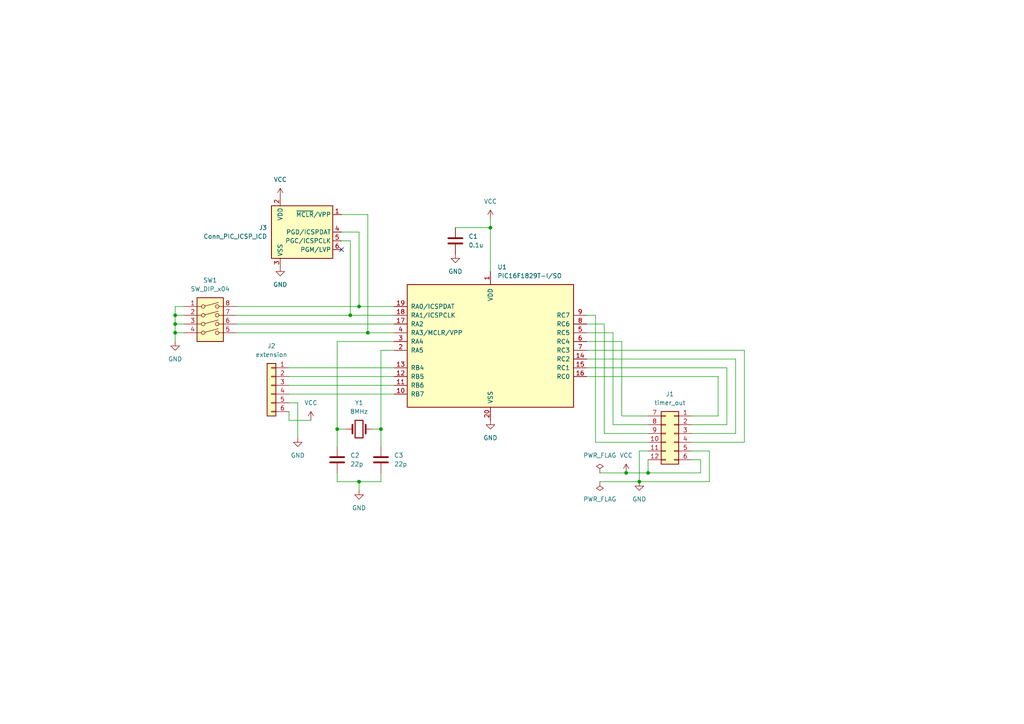
<source format=kicad_sch>
(kicad_sch (version 20211123) (generator eeschema)

  (uuid 4636e78e-6947-40ed-b071-54c6ad216973)

  (paper "A4")

  (lib_symbols
    (symbol "Connector:Conn_PIC_ICSP_ICD" (in_bom yes) (on_board yes)
      (property "Reference" "J" (id 0) (at 6.35 8.89 0)
        (effects (font (size 1.27 1.27)))
      )
      (property "Value" "Conn_PIC_ICSP_ICD" (id 1) (at -8.89 -1.27 90)
        (effects (font (size 1.27 1.27)))
      )
      (property "Footprint" "" (id 2) (at 1.27 3.81 0)
        (effects (font (size 1.27 1.27)) hide)
      )
      (property "Datasheet" "http://ww1.microchip.com/downloads/en/devicedoc/30277d.pdf" (id 3) (at -7.62 -3.81 90)
        (effects (font (size 1.27 1.27)) hide)
      )
      (property "ki_keywords" "icsp icd pic microchip" (id 4) (at 0 0 0)
        (effects (font (size 1.27 1.27)) hide)
      )
      (property "ki_description" "Microchip PIC In-Circuit Serial Programming/Debugging (ICSP/ICD) connector" (id 5) (at 0 0 0)
        (effects (font (size 1.27 1.27)) hide)
      )
      (property "ki_fp_filters" "PinHeader*1x06*P2.54mm* PinSocket*1x06*P2.54mm*" (id 6) (at 0 0 0)
        (effects (font (size 1.27 1.27)) hide)
      )
      (symbol "Conn_PIC_ICSP_ICD_0_1"
        (rectangle (start -7.62 7.62) (end 10.16 -7.62)
          (stroke (width 0.254) (type default) (color 0 0 0 0))
          (fill (type background))
        )
      )
      (symbol "Conn_PIC_ICSP_ICD_1_1"
        (pin passive line (at 12.7 5.08 180) (length 2.54)
          (name "~{MCLR}/VPP" (effects (font (size 1.27 1.27))))
          (number "1" (effects (font (size 1.27 1.27))))
        )
        (pin passive line (at -5.08 10.16 270) (length 2.54)
          (name "VDD" (effects (font (size 1.27 1.27))))
          (number "2" (effects (font (size 1.27 1.27))))
        )
        (pin power_in line (at -5.08 -10.16 90) (length 2.54)
          (name "VSS" (effects (font (size 1.27 1.27))))
          (number "3" (effects (font (size 1.27 1.27))))
        )
        (pin bidirectional line (at 12.7 0 180) (length 2.54)
          (name "PGD/ICSPDAT" (effects (font (size 1.27 1.27))))
          (number "4" (effects (font (size 1.27 1.27))))
        )
        (pin output line (at 12.7 -2.54 180) (length 2.54)
          (name "PGC/ICSPCLK" (effects (font (size 1.27 1.27))))
          (number "5" (effects (font (size 1.27 1.27))))
        )
        (pin output line (at 12.7 -5.08 180) (length 2.54)
          (name "PGM/LVP" (effects (font (size 1.27 1.27))))
          (number "6" (effects (font (size 1.27 1.27))))
        )
      )
    )
    (symbol "Connector_Generic:Conn_01x06" (pin_names (offset 1.016) hide) (in_bom yes) (on_board yes)
      (property "Reference" "J" (id 0) (at 0 7.62 0)
        (effects (font (size 1.27 1.27)))
      )
      (property "Value" "Conn_01x06" (id 1) (at 0 -10.16 0)
        (effects (font (size 1.27 1.27)))
      )
      (property "Footprint" "" (id 2) (at 0 0 0)
        (effects (font (size 1.27 1.27)) hide)
      )
      (property "Datasheet" "~" (id 3) (at 0 0 0)
        (effects (font (size 1.27 1.27)) hide)
      )
      (property "ki_keywords" "connector" (id 4) (at 0 0 0)
        (effects (font (size 1.27 1.27)) hide)
      )
      (property "ki_description" "Generic connector, single row, 01x06, script generated (kicad-library-utils/schlib/autogen/connector/)" (id 5) (at 0 0 0)
        (effects (font (size 1.27 1.27)) hide)
      )
      (property "ki_fp_filters" "Connector*:*_1x??_*" (id 6) (at 0 0 0)
        (effects (font (size 1.27 1.27)) hide)
      )
      (symbol "Conn_01x06_1_1"
        (rectangle (start -1.27 -7.493) (end 0 -7.747)
          (stroke (width 0.1524) (type default) (color 0 0 0 0))
          (fill (type none))
        )
        (rectangle (start -1.27 -4.953) (end 0 -5.207)
          (stroke (width 0.1524) (type default) (color 0 0 0 0))
          (fill (type none))
        )
        (rectangle (start -1.27 -2.413) (end 0 -2.667)
          (stroke (width 0.1524) (type default) (color 0 0 0 0))
          (fill (type none))
        )
        (rectangle (start -1.27 0.127) (end 0 -0.127)
          (stroke (width 0.1524) (type default) (color 0 0 0 0))
          (fill (type none))
        )
        (rectangle (start -1.27 2.667) (end 0 2.413)
          (stroke (width 0.1524) (type default) (color 0 0 0 0))
          (fill (type none))
        )
        (rectangle (start -1.27 5.207) (end 0 4.953)
          (stroke (width 0.1524) (type default) (color 0 0 0 0))
          (fill (type none))
        )
        (rectangle (start -1.27 6.35) (end 1.27 -8.89)
          (stroke (width 0.254) (type default) (color 0 0 0 0))
          (fill (type background))
        )
        (pin passive line (at -5.08 5.08 0) (length 3.81)
          (name "Pin_1" (effects (font (size 1.27 1.27))))
          (number "1" (effects (font (size 1.27 1.27))))
        )
        (pin passive line (at -5.08 2.54 0) (length 3.81)
          (name "Pin_2" (effects (font (size 1.27 1.27))))
          (number "2" (effects (font (size 1.27 1.27))))
        )
        (pin passive line (at -5.08 0 0) (length 3.81)
          (name "Pin_3" (effects (font (size 1.27 1.27))))
          (number "3" (effects (font (size 1.27 1.27))))
        )
        (pin passive line (at -5.08 -2.54 0) (length 3.81)
          (name "Pin_4" (effects (font (size 1.27 1.27))))
          (number "4" (effects (font (size 1.27 1.27))))
        )
        (pin passive line (at -5.08 -5.08 0) (length 3.81)
          (name "Pin_5" (effects (font (size 1.27 1.27))))
          (number "5" (effects (font (size 1.27 1.27))))
        )
        (pin passive line (at -5.08 -7.62 0) (length 3.81)
          (name "Pin_6" (effects (font (size 1.27 1.27))))
          (number "6" (effects (font (size 1.27 1.27))))
        )
      )
    )
    (symbol "Connector_Generic:Conn_02x06_Top_Bottom" (pin_names (offset 1.016) hide) (in_bom yes) (on_board yes)
      (property "Reference" "J" (id 0) (at 1.27 7.62 0)
        (effects (font (size 1.27 1.27)))
      )
      (property "Value" "Conn_02x06_Top_Bottom" (id 1) (at 1.27 -10.16 0)
        (effects (font (size 1.27 1.27)))
      )
      (property "Footprint" "" (id 2) (at 0 0 0)
        (effects (font (size 1.27 1.27)) hide)
      )
      (property "Datasheet" "~" (id 3) (at 0 0 0)
        (effects (font (size 1.27 1.27)) hide)
      )
      (property "ki_keywords" "connector" (id 4) (at 0 0 0)
        (effects (font (size 1.27 1.27)) hide)
      )
      (property "ki_description" "Generic connector, double row, 02x06, top/bottom pin numbering scheme (row 1: 1...pins_per_row, row2: pins_per_row+1 ... num_pins), script generated (kicad-library-utils/schlib/autogen/connector/)" (id 5) (at 0 0 0)
        (effects (font (size 1.27 1.27)) hide)
      )
      (property "ki_fp_filters" "Connector*:*_2x??_*" (id 6) (at 0 0 0)
        (effects (font (size 1.27 1.27)) hide)
      )
      (symbol "Conn_02x06_Top_Bottom_1_1"
        (rectangle (start -1.27 -7.493) (end 0 -7.747)
          (stroke (width 0.1524) (type default) (color 0 0 0 0))
          (fill (type none))
        )
        (rectangle (start -1.27 -4.953) (end 0 -5.207)
          (stroke (width 0.1524) (type default) (color 0 0 0 0))
          (fill (type none))
        )
        (rectangle (start -1.27 -2.413) (end 0 -2.667)
          (stroke (width 0.1524) (type default) (color 0 0 0 0))
          (fill (type none))
        )
        (rectangle (start -1.27 0.127) (end 0 -0.127)
          (stroke (width 0.1524) (type default) (color 0 0 0 0))
          (fill (type none))
        )
        (rectangle (start -1.27 2.667) (end 0 2.413)
          (stroke (width 0.1524) (type default) (color 0 0 0 0))
          (fill (type none))
        )
        (rectangle (start -1.27 5.207) (end 0 4.953)
          (stroke (width 0.1524) (type default) (color 0 0 0 0))
          (fill (type none))
        )
        (rectangle (start -1.27 6.35) (end 3.81 -8.89)
          (stroke (width 0.254) (type default) (color 0 0 0 0))
          (fill (type background))
        )
        (rectangle (start 3.81 -7.493) (end 2.54 -7.747)
          (stroke (width 0.1524) (type default) (color 0 0 0 0))
          (fill (type none))
        )
        (rectangle (start 3.81 -4.953) (end 2.54 -5.207)
          (stroke (width 0.1524) (type default) (color 0 0 0 0))
          (fill (type none))
        )
        (rectangle (start 3.81 -2.413) (end 2.54 -2.667)
          (stroke (width 0.1524) (type default) (color 0 0 0 0))
          (fill (type none))
        )
        (rectangle (start 3.81 0.127) (end 2.54 -0.127)
          (stroke (width 0.1524) (type default) (color 0 0 0 0))
          (fill (type none))
        )
        (rectangle (start 3.81 2.667) (end 2.54 2.413)
          (stroke (width 0.1524) (type default) (color 0 0 0 0))
          (fill (type none))
        )
        (rectangle (start 3.81 5.207) (end 2.54 4.953)
          (stroke (width 0.1524) (type default) (color 0 0 0 0))
          (fill (type none))
        )
        (pin passive line (at -5.08 5.08 0) (length 3.81)
          (name "Pin_1" (effects (font (size 1.27 1.27))))
          (number "1" (effects (font (size 1.27 1.27))))
        )
        (pin passive line (at 7.62 -2.54 180) (length 3.81)
          (name "Pin_10" (effects (font (size 1.27 1.27))))
          (number "10" (effects (font (size 1.27 1.27))))
        )
        (pin passive line (at 7.62 -5.08 180) (length 3.81)
          (name "Pin_11" (effects (font (size 1.27 1.27))))
          (number "11" (effects (font (size 1.27 1.27))))
        )
        (pin passive line (at 7.62 -7.62 180) (length 3.81)
          (name "Pin_12" (effects (font (size 1.27 1.27))))
          (number "12" (effects (font (size 1.27 1.27))))
        )
        (pin passive line (at -5.08 2.54 0) (length 3.81)
          (name "Pin_2" (effects (font (size 1.27 1.27))))
          (number "2" (effects (font (size 1.27 1.27))))
        )
        (pin passive line (at -5.08 0 0) (length 3.81)
          (name "Pin_3" (effects (font (size 1.27 1.27))))
          (number "3" (effects (font (size 1.27 1.27))))
        )
        (pin passive line (at -5.08 -2.54 0) (length 3.81)
          (name "Pin_4" (effects (font (size 1.27 1.27))))
          (number "4" (effects (font (size 1.27 1.27))))
        )
        (pin passive line (at -5.08 -5.08 0) (length 3.81)
          (name "Pin_5" (effects (font (size 1.27 1.27))))
          (number "5" (effects (font (size 1.27 1.27))))
        )
        (pin passive line (at -5.08 -7.62 0) (length 3.81)
          (name "Pin_6" (effects (font (size 1.27 1.27))))
          (number "6" (effects (font (size 1.27 1.27))))
        )
        (pin passive line (at 7.62 5.08 180) (length 3.81)
          (name "Pin_7" (effects (font (size 1.27 1.27))))
          (number "7" (effects (font (size 1.27 1.27))))
        )
        (pin passive line (at 7.62 2.54 180) (length 3.81)
          (name "Pin_8" (effects (font (size 1.27 1.27))))
          (number "8" (effects (font (size 1.27 1.27))))
        )
        (pin passive line (at 7.62 0 180) (length 3.81)
          (name "Pin_9" (effects (font (size 1.27 1.27))))
          (number "9" (effects (font (size 1.27 1.27))))
        )
      )
    )
    (symbol "Device:C" (pin_numbers hide) (pin_names (offset 0.254)) (in_bom yes) (on_board yes)
      (property "Reference" "C" (id 0) (at 0.635 2.54 0)
        (effects (font (size 1.27 1.27)) (justify left))
      )
      (property "Value" "C" (id 1) (at 0.635 -2.54 0)
        (effects (font (size 1.27 1.27)) (justify left))
      )
      (property "Footprint" "" (id 2) (at 0.9652 -3.81 0)
        (effects (font (size 1.27 1.27)) hide)
      )
      (property "Datasheet" "~" (id 3) (at 0 0 0)
        (effects (font (size 1.27 1.27)) hide)
      )
      (property "ki_keywords" "cap capacitor" (id 4) (at 0 0 0)
        (effects (font (size 1.27 1.27)) hide)
      )
      (property "ki_description" "Unpolarized capacitor" (id 5) (at 0 0 0)
        (effects (font (size 1.27 1.27)) hide)
      )
      (property "ki_fp_filters" "C_*" (id 6) (at 0 0 0)
        (effects (font (size 1.27 1.27)) hide)
      )
      (symbol "C_0_1"
        (polyline
          (pts
            (xy -2.032 -0.762)
            (xy 2.032 -0.762)
          )
          (stroke (width 0.508) (type default) (color 0 0 0 0))
          (fill (type none))
        )
        (polyline
          (pts
            (xy -2.032 0.762)
            (xy 2.032 0.762)
          )
          (stroke (width 0.508) (type default) (color 0 0 0 0))
          (fill (type none))
        )
      )
      (symbol "C_1_1"
        (pin passive line (at 0 3.81 270) (length 2.794)
          (name "~" (effects (font (size 1.27 1.27))))
          (number "1" (effects (font (size 1.27 1.27))))
        )
        (pin passive line (at 0 -3.81 90) (length 2.794)
          (name "~" (effects (font (size 1.27 1.27))))
          (number "2" (effects (font (size 1.27 1.27))))
        )
      )
    )
    (symbol "Device:Crystal" (pin_numbers hide) (pin_names (offset 1.016) hide) (in_bom yes) (on_board yes)
      (property "Reference" "Y" (id 0) (at 0 3.81 0)
        (effects (font (size 1.27 1.27)))
      )
      (property "Value" "Crystal" (id 1) (at 0 -3.81 0)
        (effects (font (size 1.27 1.27)))
      )
      (property "Footprint" "" (id 2) (at 0 0 0)
        (effects (font (size 1.27 1.27)) hide)
      )
      (property "Datasheet" "~" (id 3) (at 0 0 0)
        (effects (font (size 1.27 1.27)) hide)
      )
      (property "ki_keywords" "quartz ceramic resonator oscillator" (id 4) (at 0 0 0)
        (effects (font (size 1.27 1.27)) hide)
      )
      (property "ki_description" "Two pin crystal" (id 5) (at 0 0 0)
        (effects (font (size 1.27 1.27)) hide)
      )
      (property "ki_fp_filters" "Crystal*" (id 6) (at 0 0 0)
        (effects (font (size 1.27 1.27)) hide)
      )
      (symbol "Crystal_0_1"
        (rectangle (start -1.143 2.54) (end 1.143 -2.54)
          (stroke (width 0.3048) (type default) (color 0 0 0 0))
          (fill (type none))
        )
        (polyline
          (pts
            (xy -2.54 0)
            (xy -1.905 0)
          )
          (stroke (width 0) (type default) (color 0 0 0 0))
          (fill (type none))
        )
        (polyline
          (pts
            (xy -1.905 -1.27)
            (xy -1.905 1.27)
          )
          (stroke (width 0.508) (type default) (color 0 0 0 0))
          (fill (type none))
        )
        (polyline
          (pts
            (xy 1.905 -1.27)
            (xy 1.905 1.27)
          )
          (stroke (width 0.508) (type default) (color 0 0 0 0))
          (fill (type none))
        )
        (polyline
          (pts
            (xy 2.54 0)
            (xy 1.905 0)
          )
          (stroke (width 0) (type default) (color 0 0 0 0))
          (fill (type none))
        )
      )
      (symbol "Crystal_1_1"
        (pin passive line (at -3.81 0 0) (length 1.27)
          (name "1" (effects (font (size 1.27 1.27))))
          (number "1" (effects (font (size 1.27 1.27))))
        )
        (pin passive line (at 3.81 0 180) (length 1.27)
          (name "2" (effects (font (size 1.27 1.27))))
          (number "2" (effects (font (size 1.27 1.27))))
        )
      )
    )
    (symbol "MCU_Microchip_PIC16:PIC16F1829-IP" (pin_names (offset 1.016)) (in_bom yes) (on_board yes)
      (property "Reference" "U" (id 0) (at -24.13 22.86 0)
        (effects (font (size 1.27 1.27)) (justify left))
      )
      (property "Value" "PIC16F1829-IP" (id 1) (at -24.13 20.32 0)
        (effects (font (size 1.27 1.27)) (justify left))
      )
      (property "Footprint" "" (id 2) (at 0 -13.97 0)
        (effects (font (size 1.27 1.27)) hide)
      )
      (property "Datasheet" "http://ww1.microchip.com/downloads/en/DeviceDoc/41440C.pdf" (id 3) (at 0 -13.97 0)
        (effects (font (size 1.27 1.27)) hide)
      )
      (property "ki_keywords" "Flash-Based 8-Bit CMOS Microcontroller Low Power" (id 4) (at 0 0 0)
        (effects (font (size 1.27 1.27)) hide)
      )
      (property "ki_description" "Flash-Based, 8-Bit CMOS Microcontrollers, PDIP" (id 5) (at 0 0 0)
        (effects (font (size 1.27 1.27)) hide)
      )
      (property "ki_fp_filters" "DIP*W7.62mm* SOIC*3.9x8.7mm*P1.27mm* TSSOP*4.4x5mm*P0.65mm*" (id 6) (at 0 0 0)
        (effects (font (size 1.27 1.27)) hide)
      )
      (symbol "PIC16F1829-IP_0_1"
        (rectangle (start -24.13 19.05) (end 24.13 -16.51)
          (stroke (width 0.254) (type default) (color 0 0 0 0))
          (fill (type background))
        )
      )
      (symbol "PIC16F1829-IP_1_1"
        (pin power_in line (at 0 22.86 270) (length 3.81)
          (name "VDD" (effects (font (size 1.27 1.27))))
          (number "1" (effects (font (size 1.27 1.27))))
        )
        (pin bidirectional line (at -27.94 -12.7 0) (length 3.81)
          (name "RB7" (effects (font (size 1.27 1.27))))
          (number "10" (effects (font (size 1.27 1.27))))
        )
        (pin bidirectional line (at -27.94 -10.16 0) (length 3.81)
          (name "RB6" (effects (font (size 1.27 1.27))))
          (number "11" (effects (font (size 1.27 1.27))))
        )
        (pin bidirectional line (at -27.94 -7.62 0) (length 3.81)
          (name "RB5" (effects (font (size 1.27 1.27))))
          (number "12" (effects (font (size 1.27 1.27))))
        )
        (pin bidirectional line (at -27.94 -5.08 0) (length 3.81)
          (name "RB4" (effects (font (size 1.27 1.27))))
          (number "13" (effects (font (size 1.27 1.27))))
        )
        (pin bidirectional line (at 27.94 -2.54 180) (length 3.81)
          (name "RC2" (effects (font (size 1.27 1.27))))
          (number "14" (effects (font (size 1.27 1.27))))
        )
        (pin bidirectional line (at 27.94 -5.08 180) (length 3.81)
          (name "RC1" (effects (font (size 1.27 1.27))))
          (number "15" (effects (font (size 1.27 1.27))))
        )
        (pin bidirectional line (at 27.94 -7.62 180) (length 3.81)
          (name "RC0" (effects (font (size 1.27 1.27))))
          (number "16" (effects (font (size 1.27 1.27))))
        )
        (pin bidirectional line (at -27.94 7.62 0) (length 3.81)
          (name "RA2" (effects (font (size 1.27 1.27))))
          (number "17" (effects (font (size 1.27 1.27))))
        )
        (pin bidirectional line (at -27.94 10.16 0) (length 3.81)
          (name "RA1/ICSPCLK" (effects (font (size 1.27 1.27))))
          (number "18" (effects (font (size 1.27 1.27))))
        )
        (pin bidirectional line (at -27.94 12.7 0) (length 3.81)
          (name "RA0/ICSPDAT" (effects (font (size 1.27 1.27))))
          (number "19" (effects (font (size 1.27 1.27))))
        )
        (pin bidirectional line (at -27.94 0 0) (length 3.81)
          (name "RA5" (effects (font (size 1.27 1.27))))
          (number "2" (effects (font (size 1.27 1.27))))
        )
        (pin power_in line (at 0 -20.32 90) (length 3.81)
          (name "VSS" (effects (font (size 1.27 1.27))))
          (number "20" (effects (font (size 1.27 1.27))))
        )
        (pin bidirectional line (at -27.94 2.54 0) (length 3.81)
          (name "RA4" (effects (font (size 1.27 1.27))))
          (number "3" (effects (font (size 1.27 1.27))))
        )
        (pin bidirectional line (at -27.94 5.08 0) (length 3.81)
          (name "RA3/MCLR/VPP" (effects (font (size 1.27 1.27))))
          (number "4" (effects (font (size 1.27 1.27))))
        )
        (pin bidirectional line (at 27.94 5.08 180) (length 3.81)
          (name "RC5" (effects (font (size 1.27 1.27))))
          (number "5" (effects (font (size 1.27 1.27))))
        )
        (pin bidirectional line (at 27.94 2.54 180) (length 3.81)
          (name "RC4" (effects (font (size 1.27 1.27))))
          (number "6" (effects (font (size 1.27 1.27))))
        )
        (pin bidirectional line (at 27.94 0 180) (length 3.81)
          (name "RC3" (effects (font (size 1.27 1.27))))
          (number "7" (effects (font (size 1.27 1.27))))
        )
        (pin bidirectional line (at 27.94 7.62 180) (length 3.81)
          (name "RC6" (effects (font (size 1.27 1.27))))
          (number "8" (effects (font (size 1.27 1.27))))
        )
        (pin bidirectional line (at 27.94 10.16 180) (length 3.81)
          (name "RC7" (effects (font (size 1.27 1.27))))
          (number "9" (effects (font (size 1.27 1.27))))
        )
      )
    )
    (symbol "Switch:SW_DIP_x04" (pin_names (offset 0) hide) (in_bom yes) (on_board yes)
      (property "Reference" "SW" (id 0) (at 0 8.89 0)
        (effects (font (size 1.27 1.27)))
      )
      (property "Value" "SW_DIP_x04" (id 1) (at 0 -6.35 0)
        (effects (font (size 1.27 1.27)))
      )
      (property "Footprint" "" (id 2) (at 0 0 0)
        (effects (font (size 1.27 1.27)) hide)
      )
      (property "Datasheet" "~" (id 3) (at 0 0 0)
        (effects (font (size 1.27 1.27)) hide)
      )
      (property "ki_keywords" "dip switch" (id 4) (at 0 0 0)
        (effects (font (size 1.27 1.27)) hide)
      )
      (property "ki_description" "4x DIP Switch, Single Pole Single Throw (SPST) switch, small symbol" (id 5) (at 0 0 0)
        (effects (font (size 1.27 1.27)) hide)
      )
      (property "ki_fp_filters" "SW?DIP?x4*" (id 6) (at 0 0 0)
        (effects (font (size 1.27 1.27)) hide)
      )
      (symbol "SW_DIP_x04_0_0"
        (circle (center -2.032 -2.54) (radius 0.508)
          (stroke (width 0) (type default) (color 0 0 0 0))
          (fill (type none))
        )
        (circle (center -2.032 0) (radius 0.508)
          (stroke (width 0) (type default) (color 0 0 0 0))
          (fill (type none))
        )
        (circle (center -2.032 2.54) (radius 0.508)
          (stroke (width 0) (type default) (color 0 0 0 0))
          (fill (type none))
        )
        (circle (center -2.032 5.08) (radius 0.508)
          (stroke (width 0) (type default) (color 0 0 0 0))
          (fill (type none))
        )
        (polyline
          (pts
            (xy -1.524 -2.3876)
            (xy 2.3622 -1.3462)
          )
          (stroke (width 0) (type default) (color 0 0 0 0))
          (fill (type none))
        )
        (polyline
          (pts
            (xy -1.524 0.127)
            (xy 2.3622 1.1684)
          )
          (stroke (width 0) (type default) (color 0 0 0 0))
          (fill (type none))
        )
        (polyline
          (pts
            (xy -1.524 2.667)
            (xy 2.3622 3.7084)
          )
          (stroke (width 0) (type default) (color 0 0 0 0))
          (fill (type none))
        )
        (polyline
          (pts
            (xy -1.524 5.207)
            (xy 2.3622 6.2484)
          )
          (stroke (width 0) (type default) (color 0 0 0 0))
          (fill (type none))
        )
        (circle (center 2.032 -2.54) (radius 0.508)
          (stroke (width 0) (type default) (color 0 0 0 0))
          (fill (type none))
        )
        (circle (center 2.032 0) (radius 0.508)
          (stroke (width 0) (type default) (color 0 0 0 0))
          (fill (type none))
        )
        (circle (center 2.032 2.54) (radius 0.508)
          (stroke (width 0) (type default) (color 0 0 0 0))
          (fill (type none))
        )
        (circle (center 2.032 5.08) (radius 0.508)
          (stroke (width 0) (type default) (color 0 0 0 0))
          (fill (type none))
        )
      )
      (symbol "SW_DIP_x04_0_1"
        (rectangle (start -3.81 7.62) (end 3.81 -5.08)
          (stroke (width 0.254) (type default) (color 0 0 0 0))
          (fill (type background))
        )
      )
      (symbol "SW_DIP_x04_1_1"
        (pin passive line (at -7.62 5.08 0) (length 5.08)
          (name "~" (effects (font (size 1.27 1.27))))
          (number "1" (effects (font (size 1.27 1.27))))
        )
        (pin passive line (at -7.62 2.54 0) (length 5.08)
          (name "~" (effects (font (size 1.27 1.27))))
          (number "2" (effects (font (size 1.27 1.27))))
        )
        (pin passive line (at -7.62 0 0) (length 5.08)
          (name "~" (effects (font (size 1.27 1.27))))
          (number "3" (effects (font (size 1.27 1.27))))
        )
        (pin passive line (at -7.62 -2.54 0) (length 5.08)
          (name "~" (effects (font (size 1.27 1.27))))
          (number "4" (effects (font (size 1.27 1.27))))
        )
        (pin passive line (at 7.62 -2.54 180) (length 5.08)
          (name "~" (effects (font (size 1.27 1.27))))
          (number "5" (effects (font (size 1.27 1.27))))
        )
        (pin passive line (at 7.62 0 180) (length 5.08)
          (name "~" (effects (font (size 1.27 1.27))))
          (number "6" (effects (font (size 1.27 1.27))))
        )
        (pin passive line (at 7.62 2.54 180) (length 5.08)
          (name "~" (effects (font (size 1.27 1.27))))
          (number "7" (effects (font (size 1.27 1.27))))
        )
        (pin passive line (at 7.62 5.08 180) (length 5.08)
          (name "~" (effects (font (size 1.27 1.27))))
          (number "8" (effects (font (size 1.27 1.27))))
        )
      )
    )
    (symbol "power:GND" (power) (pin_names (offset 0)) (in_bom yes) (on_board yes)
      (property "Reference" "#PWR" (id 0) (at 0 -6.35 0)
        (effects (font (size 1.27 1.27)) hide)
      )
      (property "Value" "GND" (id 1) (at 0 -3.81 0)
        (effects (font (size 1.27 1.27)))
      )
      (property "Footprint" "" (id 2) (at 0 0 0)
        (effects (font (size 1.27 1.27)) hide)
      )
      (property "Datasheet" "" (id 3) (at 0 0 0)
        (effects (font (size 1.27 1.27)) hide)
      )
      (property "ki_keywords" "power-flag" (id 4) (at 0 0 0)
        (effects (font (size 1.27 1.27)) hide)
      )
      (property "ki_description" "Power symbol creates a global label with name \"GND\" , ground" (id 5) (at 0 0 0)
        (effects (font (size 1.27 1.27)) hide)
      )
      (symbol "GND_0_1"
        (polyline
          (pts
            (xy 0 0)
            (xy 0 -1.27)
            (xy 1.27 -1.27)
            (xy 0 -2.54)
            (xy -1.27 -1.27)
            (xy 0 -1.27)
          )
          (stroke (width 0) (type default) (color 0 0 0 0))
          (fill (type none))
        )
      )
      (symbol "GND_1_1"
        (pin power_in line (at 0 0 270) (length 0) hide
          (name "GND" (effects (font (size 1.27 1.27))))
          (number "1" (effects (font (size 1.27 1.27))))
        )
      )
    )
    (symbol "power:PWR_FLAG" (power) (pin_numbers hide) (pin_names (offset 0) hide) (in_bom yes) (on_board yes)
      (property "Reference" "#FLG" (id 0) (at 0 1.905 0)
        (effects (font (size 1.27 1.27)) hide)
      )
      (property "Value" "PWR_FLAG" (id 1) (at 0 3.81 0)
        (effects (font (size 1.27 1.27)))
      )
      (property "Footprint" "" (id 2) (at 0 0 0)
        (effects (font (size 1.27 1.27)) hide)
      )
      (property "Datasheet" "~" (id 3) (at 0 0 0)
        (effects (font (size 1.27 1.27)) hide)
      )
      (property "ki_keywords" "power-flag" (id 4) (at 0 0 0)
        (effects (font (size 1.27 1.27)) hide)
      )
      (property "ki_description" "Special symbol for telling ERC where power comes from" (id 5) (at 0 0 0)
        (effects (font (size 1.27 1.27)) hide)
      )
      (symbol "PWR_FLAG_0_0"
        (pin power_out line (at 0 0 90) (length 0)
          (name "pwr" (effects (font (size 1.27 1.27))))
          (number "1" (effects (font (size 1.27 1.27))))
        )
      )
      (symbol "PWR_FLAG_0_1"
        (polyline
          (pts
            (xy 0 0)
            (xy 0 1.27)
            (xy -1.016 1.905)
            (xy 0 2.54)
            (xy 1.016 1.905)
            (xy 0 1.27)
          )
          (stroke (width 0) (type default) (color 0 0 0 0))
          (fill (type none))
        )
      )
    )
    (symbol "power:VCC" (power) (pin_names (offset 0)) (in_bom yes) (on_board yes)
      (property "Reference" "#PWR" (id 0) (at 0 -3.81 0)
        (effects (font (size 1.27 1.27)) hide)
      )
      (property "Value" "VCC" (id 1) (at 0 3.81 0)
        (effects (font (size 1.27 1.27)))
      )
      (property "Footprint" "" (id 2) (at 0 0 0)
        (effects (font (size 1.27 1.27)) hide)
      )
      (property "Datasheet" "" (id 3) (at 0 0 0)
        (effects (font (size 1.27 1.27)) hide)
      )
      (property "ki_keywords" "power-flag" (id 4) (at 0 0 0)
        (effects (font (size 1.27 1.27)) hide)
      )
      (property "ki_description" "Power symbol creates a global label with name \"VCC\"" (id 5) (at 0 0 0)
        (effects (font (size 1.27 1.27)) hide)
      )
      (symbol "VCC_0_1"
        (polyline
          (pts
            (xy -0.762 1.27)
            (xy 0 2.54)
          )
          (stroke (width 0) (type default) (color 0 0 0 0))
          (fill (type none))
        )
        (polyline
          (pts
            (xy 0 0)
            (xy 0 2.54)
          )
          (stroke (width 0) (type default) (color 0 0 0 0))
          (fill (type none))
        )
        (polyline
          (pts
            (xy 0 2.54)
            (xy 0.762 1.27)
          )
          (stroke (width 0) (type default) (color 0 0 0 0))
          (fill (type none))
        )
      )
      (symbol "VCC_1_1"
        (pin power_in line (at 0 0 90) (length 0) hide
          (name "VCC" (effects (font (size 1.27 1.27))))
          (number "1" (effects (font (size 1.27 1.27))))
        )
      )
    )
  )

  (junction (at 50.8 96.52) (diameter 0) (color 0 0 0 0)
    (uuid 0041a395-ed2d-4fcb-9ee9-382c2a8557f7)
  )
  (junction (at 106.68 96.52) (diameter 0) (color 0 0 0 0)
    (uuid 08c7805b-fbe0-4d8c-b503-2065174f5ba7)
  )
  (junction (at 104.14 139.7) (diameter 0) (color 0 0 0 0)
    (uuid 27af4110-25e2-42b9-8806-9a065bfe9cee)
  )
  (junction (at 97.79 124.46) (diameter 0) (color 0 0 0 0)
    (uuid 452d0076-392a-493c-abe8-b91c4d464bb4)
  )
  (junction (at 104.14 88.9) (diameter 0) (color 0 0 0 0)
    (uuid 6ed2d74d-7270-4402-9efb-78bdef4c4f52)
  )
  (junction (at 50.8 93.98) (diameter 0) (color 0 0 0 0)
    (uuid 8ad1cbb6-c87b-4ecd-b360-45ac23d27015)
  )
  (junction (at 185.42 139.7) (diameter 0) (color 0 0 0 0)
    (uuid 8f3dd532-4a8e-4151-9153-e6bf02567e4a)
  )
  (junction (at 50.8 91.44) (diameter 0) (color 0 0 0 0)
    (uuid aae63389-f3aa-4800-9d82-eb1ea96aa422)
  )
  (junction (at 142.24 66.04) (diameter 0) (color 0 0 0 0)
    (uuid b31eb0d7-68dc-494a-bee2-747ea874bd2e)
  )
  (junction (at 181.61 137.16) (diameter 0) (color 0 0 0 0)
    (uuid b3a20c6d-0960-44cf-920b-675faa8e1c0a)
  )
  (junction (at 187.96 137.16) (diameter 0) (color 0 0 0 0)
    (uuid cda3ddbc-74fe-4204-82dd-0967dfc78ddd)
  )
  (junction (at 101.6 91.44) (diameter 0) (color 0 0 0 0)
    (uuid d6553d22-c720-4da8-b412-b3716ccb2d0d)
  )
  (junction (at 110.49 124.46) (diameter 0) (color 0 0 0 0)
    (uuid ef8aa875-f606-4b9e-900b-2ccce5f35c97)
  )

  (no_connect (at 99.06 72.39) (uuid 3a9c54b9-5225-403d-b4b3-466c00d4bcb3))

  (wire (pts (xy 104.14 139.7) (xy 110.49 139.7))
    (stroke (width 0) (type default) (color 0 0 0 0))
    (uuid 07a47422-194b-4174-9e39-172d9929e5db)
  )
  (wire (pts (xy 50.8 91.44) (xy 53.34 91.44))
    (stroke (width 0) (type default) (color 0 0 0 0))
    (uuid 08031ed7-2852-44bd-bd09-8f284c631d49)
  )
  (wire (pts (xy 68.58 88.9) (xy 104.14 88.9))
    (stroke (width 0) (type default) (color 0 0 0 0))
    (uuid 0de8f6dc-ceb6-469d-9405-5e6aabb210dd)
  )
  (wire (pts (xy 177.8 123.19) (xy 187.96 123.19))
    (stroke (width 0) (type default) (color 0 0 0 0))
    (uuid 1242cdb8-33d0-4a8e-a27c-77cb4ea090c5)
  )
  (wire (pts (xy 180.34 99.06) (xy 180.34 120.65))
    (stroke (width 0) (type default) (color 0 0 0 0))
    (uuid 1576fd14-1ab8-4644-b6f5-1dc54a0718dc)
  )
  (wire (pts (xy 83.82 114.3) (xy 114.3 114.3))
    (stroke (width 0) (type default) (color 0 0 0 0))
    (uuid 1c2ec72d-cdef-4742-b9b2-690aa3420175)
  )
  (wire (pts (xy 97.79 129.54) (xy 97.79 124.46))
    (stroke (width 0) (type default) (color 0 0 0 0))
    (uuid 1d0932c5-589d-4904-95b3-285d1c0cdfc0)
  )
  (wire (pts (xy 104.14 139.7) (xy 104.14 142.24))
    (stroke (width 0) (type default) (color 0 0 0 0))
    (uuid 1eb64b80-b738-448d-b183-b6641e66228c)
  )
  (wire (pts (xy 97.79 124.46) (xy 100.33 124.46))
    (stroke (width 0) (type default) (color 0 0 0 0))
    (uuid 205993c1-6a98-4d9a-854f-a71a34cfe795)
  )
  (wire (pts (xy 68.58 91.44) (xy 101.6 91.44))
    (stroke (width 0) (type default) (color 0 0 0 0))
    (uuid 242d42a0-8398-424a-b834-8c4c9335d45d)
  )
  (wire (pts (xy 110.49 124.46) (xy 110.49 101.6))
    (stroke (width 0) (type default) (color 0 0 0 0))
    (uuid 255012ea-9bb8-41b2-898a-20ecda31cff3)
  )
  (wire (pts (xy 170.18 104.14) (xy 213.36 104.14))
    (stroke (width 0) (type default) (color 0 0 0 0))
    (uuid 2aa3ae5b-f277-4408-a3f2-52263f21b237)
  )
  (wire (pts (xy 205.74 130.81) (xy 205.74 139.7))
    (stroke (width 0) (type default) (color 0 0 0 0))
    (uuid 2bdef539-0bc2-4b12-b979-02a6268e9cca)
  )
  (wire (pts (xy 104.14 88.9) (xy 114.3 88.9))
    (stroke (width 0) (type default) (color 0 0 0 0))
    (uuid 2e95a2f5-9474-4019-a418-fb2616c34314)
  )
  (wire (pts (xy 68.58 96.52) (xy 106.68 96.52))
    (stroke (width 0) (type default) (color 0 0 0 0))
    (uuid 34866301-0c06-41e6-b61c-d79ed2f47a6e)
  )
  (wire (pts (xy 213.36 125.73) (xy 200.66 125.73))
    (stroke (width 0) (type default) (color 0 0 0 0))
    (uuid 358f12b1-f766-4d47-a09f-705c554e5ad0)
  )
  (wire (pts (xy 83.82 111.76) (xy 114.3 111.76))
    (stroke (width 0) (type default) (color 0 0 0 0))
    (uuid 383a477b-fcdb-4417-9b28-49da58cc9810)
  )
  (wire (pts (xy 50.8 88.9) (xy 50.8 91.44))
    (stroke (width 0) (type default) (color 0 0 0 0))
    (uuid 3bddc0d2-0224-4a9f-b090-ef095b895f48)
  )
  (wire (pts (xy 50.8 96.52) (xy 53.34 96.52))
    (stroke (width 0) (type default) (color 0 0 0 0))
    (uuid 3c38170c-ccb0-4ff5-972d-b05795036c8e)
  )
  (wire (pts (xy 203.2 137.16) (xy 187.96 137.16))
    (stroke (width 0) (type default) (color 0 0 0 0))
    (uuid 3e1fc700-3b0e-4bbd-a025-d695ebc8b091)
  )
  (wire (pts (xy 83.82 106.68) (xy 114.3 106.68))
    (stroke (width 0) (type default) (color 0 0 0 0))
    (uuid 3f3de006-44ec-4218-b1d5-a8d984a8ad9f)
  )
  (wire (pts (xy 101.6 91.44) (xy 114.3 91.44))
    (stroke (width 0) (type default) (color 0 0 0 0))
    (uuid 41389575-2b20-4546-a071-1af38eff3993)
  )
  (wire (pts (xy 185.42 130.81) (xy 185.42 139.7))
    (stroke (width 0) (type default) (color 0 0 0 0))
    (uuid 4190796b-014b-45f4-9ecf-9dc3a236d876)
  )
  (wire (pts (xy 203.2 133.35) (xy 203.2 137.16))
    (stroke (width 0) (type default) (color 0 0 0 0))
    (uuid 43bd94fe-0991-44f4-8f89-4d18c2a11e47)
  )
  (wire (pts (xy 215.9 101.6) (xy 215.9 128.27))
    (stroke (width 0) (type default) (color 0 0 0 0))
    (uuid 53a8204d-7000-4772-b0a0-44e4e3bd1ffd)
  )
  (wire (pts (xy 110.49 129.54) (xy 110.49 124.46))
    (stroke (width 0) (type default) (color 0 0 0 0))
    (uuid 542743a9-f8fb-4e3f-8c44-d47b60986f8f)
  )
  (wire (pts (xy 187.96 130.81) (xy 185.42 130.81))
    (stroke (width 0) (type default) (color 0 0 0 0))
    (uuid 569da5ea-60a1-494c-bd92-4b6fdad9e123)
  )
  (wire (pts (xy 208.28 109.22) (xy 208.28 120.65))
    (stroke (width 0) (type default) (color 0 0 0 0))
    (uuid 59a8263c-4789-4c7a-8838-a9570019dc7e)
  )
  (wire (pts (xy 142.24 63.5) (xy 142.24 66.04))
    (stroke (width 0) (type default) (color 0 0 0 0))
    (uuid 5b1fa3f9-e935-4d79-a427-ae777706d731)
  )
  (wire (pts (xy 83.82 121.92) (xy 90.17 121.92))
    (stroke (width 0) (type default) (color 0 0 0 0))
    (uuid 6200e54c-b151-4cf0-9626-b82e4c8cfbd7)
  )
  (wire (pts (xy 104.14 67.31) (xy 104.14 88.9))
    (stroke (width 0) (type default) (color 0 0 0 0))
    (uuid 656420c5-2263-4986-81cf-e34bcf913dd9)
  )
  (wire (pts (xy 99.06 69.85) (xy 101.6 69.85))
    (stroke (width 0) (type default) (color 0 0 0 0))
    (uuid 6716f479-d77f-455e-bf79-106b3042942d)
  )
  (wire (pts (xy 177.8 96.52) (xy 177.8 123.19))
    (stroke (width 0) (type default) (color 0 0 0 0))
    (uuid 67309c27-e9d2-447d-9069-33289360432c)
  )
  (wire (pts (xy 170.18 99.06) (xy 180.34 99.06))
    (stroke (width 0) (type default) (color 0 0 0 0))
    (uuid 69708d38-4c1c-4923-9cd0-06f361ac5147)
  )
  (wire (pts (xy 110.49 139.7) (xy 110.49 137.16))
    (stroke (width 0) (type default) (color 0 0 0 0))
    (uuid 6cddfcfe-1c99-44fd-b440-6a3f3b660092)
  )
  (wire (pts (xy 173.99 139.7) (xy 185.42 139.7))
    (stroke (width 0) (type default) (color 0 0 0 0))
    (uuid 74db4108-3087-47dd-91b4-4a1b2e8fba93)
  )
  (wire (pts (xy 107.95 124.46) (xy 110.49 124.46))
    (stroke (width 0) (type default) (color 0 0 0 0))
    (uuid 7e472f44-8327-44fc-9bd9-1252da6483c8)
  )
  (wire (pts (xy 106.68 62.23) (xy 106.68 96.52))
    (stroke (width 0) (type default) (color 0 0 0 0))
    (uuid 826c96d8-c807-4712-a3dc-7727fa45fac9)
  )
  (wire (pts (xy 170.18 93.98) (xy 175.26 93.98))
    (stroke (width 0) (type default) (color 0 0 0 0))
    (uuid 83e24f36-f804-4a69-96dd-fc38e534500b)
  )
  (wire (pts (xy 210.82 106.68) (xy 210.82 123.19))
    (stroke (width 0) (type default) (color 0 0 0 0))
    (uuid 8aa4f46a-c815-44f0-93e4-12d88e7b398a)
  )
  (wire (pts (xy 50.8 91.44) (xy 50.8 93.98))
    (stroke (width 0) (type default) (color 0 0 0 0))
    (uuid 8b302951-adc0-44cc-9e6e-53a4c2095631)
  )
  (wire (pts (xy 170.18 109.22) (xy 208.28 109.22))
    (stroke (width 0) (type default) (color 0 0 0 0))
    (uuid 97e12c4c-e260-4f02-b9e4-e7b17e6986c0)
  )
  (wire (pts (xy 172.72 128.27) (xy 187.96 128.27))
    (stroke (width 0) (type default) (color 0 0 0 0))
    (uuid 9813dd57-5412-4f81-ab8b-c503f74e6791)
  )
  (wire (pts (xy 83.82 109.22) (xy 114.3 109.22))
    (stroke (width 0) (type default) (color 0 0 0 0))
    (uuid 9ec343c2-1375-4f21-b981-e57453801df5)
  )
  (wire (pts (xy 208.28 120.65) (xy 200.66 120.65))
    (stroke (width 0) (type default) (color 0 0 0 0))
    (uuid a16f25fa-7185-4576-823d-84d6fb23b6c3)
  )
  (wire (pts (xy 210.82 123.19) (xy 200.66 123.19))
    (stroke (width 0) (type default) (color 0 0 0 0))
    (uuid a38db2fa-cd46-4df5-98b9-d43aefee23fe)
  )
  (wire (pts (xy 50.8 96.52) (xy 50.8 99.06))
    (stroke (width 0) (type default) (color 0 0 0 0))
    (uuid a435bd7e-a0b6-456c-856f-d6d62d375448)
  )
  (wire (pts (xy 97.79 124.46) (xy 97.79 99.06))
    (stroke (width 0) (type default) (color 0 0 0 0))
    (uuid a4b6c37d-1850-46a1-af5f-c03e9e3ae2a4)
  )
  (wire (pts (xy 175.26 125.73) (xy 187.96 125.73))
    (stroke (width 0) (type default) (color 0 0 0 0))
    (uuid a769a592-383a-40dc-b19b-0f3cf2827a5d)
  )
  (wire (pts (xy 97.79 99.06) (xy 114.3 99.06))
    (stroke (width 0) (type default) (color 0 0 0 0))
    (uuid a92a43c1-e404-4deb-96f0-6762773e35d4)
  )
  (wire (pts (xy 86.36 116.84) (xy 86.36 127))
    (stroke (width 0) (type default) (color 0 0 0 0))
    (uuid a9a03b5d-6a7c-4acd-964a-a94fc4605d36)
  )
  (wire (pts (xy 53.34 88.9) (xy 50.8 88.9))
    (stroke (width 0) (type default) (color 0 0 0 0))
    (uuid a9e9ab68-26d5-4e8a-bd0f-9e402596c893)
  )
  (wire (pts (xy 101.6 69.85) (xy 101.6 91.44))
    (stroke (width 0) (type default) (color 0 0 0 0))
    (uuid abedd3fc-dace-4119-aa90-aebb2412292e)
  )
  (wire (pts (xy 185.42 139.7) (xy 205.74 139.7))
    (stroke (width 0) (type default) (color 0 0 0 0))
    (uuid af65b7b6-aaf8-4dc3-89df-bfdf34a80ece)
  )
  (wire (pts (xy 97.79 139.7) (xy 104.14 139.7))
    (stroke (width 0) (type default) (color 0 0 0 0))
    (uuid b01e988b-54aa-46bf-a11f-b7b63d301a2d)
  )
  (wire (pts (xy 97.79 137.16) (xy 97.79 139.7))
    (stroke (width 0) (type default) (color 0 0 0 0))
    (uuid b882e4e0-bbdd-49c1-938e-4d7a5d9b5f1c)
  )
  (wire (pts (xy 132.08 66.04) (xy 142.24 66.04))
    (stroke (width 0) (type default) (color 0 0 0 0))
    (uuid b9171a13-78ce-45a8-b383-af5c5f85cae5)
  )
  (wire (pts (xy 99.06 67.31) (xy 104.14 67.31))
    (stroke (width 0) (type default) (color 0 0 0 0))
    (uuid b95727d3-a330-4e85-abab-edc4a33427c7)
  )
  (wire (pts (xy 142.24 66.04) (xy 142.24 78.74))
    (stroke (width 0) (type default) (color 0 0 0 0))
    (uuid ba555960-255c-4a6d-a445-65c355f4af17)
  )
  (wire (pts (xy 170.18 101.6) (xy 215.9 101.6))
    (stroke (width 0) (type default) (color 0 0 0 0))
    (uuid bce5cbeb-6cb1-4d50-984c-d6a34bc426fb)
  )
  (wire (pts (xy 170.18 91.44) (xy 172.72 91.44))
    (stroke (width 0) (type default) (color 0 0 0 0))
    (uuid bd229abe-b923-44af-9873-92681cba595d)
  )
  (wire (pts (xy 215.9 128.27) (xy 200.66 128.27))
    (stroke (width 0) (type default) (color 0 0 0 0))
    (uuid c244a765-2792-4c56-8105-554c4a5067bb)
  )
  (wire (pts (xy 50.8 93.98) (xy 53.34 93.98))
    (stroke (width 0) (type default) (color 0 0 0 0))
    (uuid cad39732-4149-45db-b81b-f5ff4510b11d)
  )
  (wire (pts (xy 170.18 96.52) (xy 177.8 96.52))
    (stroke (width 0) (type default) (color 0 0 0 0))
    (uuid d0b423ae-0ca9-48d8-86d2-465b8e350aef)
  )
  (wire (pts (xy 99.06 62.23) (xy 106.68 62.23))
    (stroke (width 0) (type default) (color 0 0 0 0))
    (uuid d1b2fadd-95d7-46f2-bb6d-b0787d773568)
  )
  (wire (pts (xy 172.72 91.44) (xy 172.72 128.27))
    (stroke (width 0) (type default) (color 0 0 0 0))
    (uuid d2e2a5c8-dba5-4fc2-97c0-3cf0d7f3b720)
  )
  (wire (pts (xy 213.36 104.14) (xy 213.36 125.73))
    (stroke (width 0) (type default) (color 0 0 0 0))
    (uuid d5913301-22f1-4498-a41d-9409f32565d5)
  )
  (wire (pts (xy 68.58 93.98) (xy 114.3 93.98))
    (stroke (width 0) (type default) (color 0 0 0 0))
    (uuid d66a6798-84cd-406f-9636-56df774e23ed)
  )
  (wire (pts (xy 187.96 133.35) (xy 187.96 137.16))
    (stroke (width 0) (type default) (color 0 0 0 0))
    (uuid dcea7909-5471-48a9-a414-e36797f9aae2)
  )
  (wire (pts (xy 180.34 120.65) (xy 187.96 120.65))
    (stroke (width 0) (type default) (color 0 0 0 0))
    (uuid dd73a2b9-1bec-4a2d-b9f6-d2e33baf3740)
  )
  (wire (pts (xy 200.66 133.35) (xy 203.2 133.35))
    (stroke (width 0) (type default) (color 0 0 0 0))
    (uuid e62208ae-843e-4d30-bf80-ca9d7843370a)
  )
  (wire (pts (xy 175.26 93.98) (xy 175.26 125.73))
    (stroke (width 0) (type default) (color 0 0 0 0))
    (uuid ec87a5fd-f165-4cab-8181-df57cd883e37)
  )
  (wire (pts (xy 173.99 137.16) (xy 181.61 137.16))
    (stroke (width 0) (type default) (color 0 0 0 0))
    (uuid eebdfc49-aa8b-483b-83fe-128fedc97552)
  )
  (wire (pts (xy 83.82 119.38) (xy 83.82 121.92))
    (stroke (width 0) (type default) (color 0 0 0 0))
    (uuid ef355872-709e-4abe-91c6-bce5d6a34e20)
  )
  (wire (pts (xy 170.18 106.68) (xy 210.82 106.68))
    (stroke (width 0) (type default) (color 0 0 0 0))
    (uuid f15aa68f-7157-4363-86e5-8dc82c59003c)
  )
  (wire (pts (xy 106.68 96.52) (xy 114.3 96.52))
    (stroke (width 0) (type default) (color 0 0 0 0))
    (uuid f16e5c0c-e25a-407c-86a5-3b5465dc6ce1)
  )
  (wire (pts (xy 50.8 93.98) (xy 50.8 96.52))
    (stroke (width 0) (type default) (color 0 0 0 0))
    (uuid f72e0bf6-cf26-4efb-af6c-288a900722b5)
  )
  (wire (pts (xy 200.66 130.81) (xy 205.74 130.81))
    (stroke (width 0) (type default) (color 0 0 0 0))
    (uuid f8178293-9dc0-4ac7-8919-7713d9ba2a85)
  )
  (wire (pts (xy 110.49 101.6) (xy 114.3 101.6))
    (stroke (width 0) (type default) (color 0 0 0 0))
    (uuid f98e4815-296d-4302-8606-28f9449cf9f1)
  )
  (wire (pts (xy 187.96 137.16) (xy 181.61 137.16))
    (stroke (width 0) (type default) (color 0 0 0 0))
    (uuid fce7740a-99db-40b7-8c3e-9a68e295dc49)
  )
  (wire (pts (xy 83.82 116.84) (xy 86.36 116.84))
    (stroke (width 0) (type default) (color 0 0 0 0))
    (uuid ffb4cd30-a182-4a3c-8e41-623a8c5270bb)
  )

  (symbol (lib_id "Device:C") (at 132.08 69.85 0) (unit 1)
    (in_bom yes) (on_board yes) (fields_autoplaced)
    (uuid 02bc5d26-72d4-4065-b41e-b9f1fb0cc22c)
    (property "Reference" "C1" (id 0) (at 135.89 68.5799 0)
      (effects (font (size 1.27 1.27)) (justify left))
    )
    (property "Value" "0.1u" (id 1) (at 135.89 71.1199 0)
      (effects (font (size 1.27 1.27)) (justify left))
    )
    (property "Footprint" "Capacitor_SMD:C_0805_2012Metric_Pad1.18x1.45mm_HandSolder" (id 2) (at 133.0452 73.66 0)
      (effects (font (size 1.27 1.27)) hide)
    )
    (property "Datasheet" "~" (id 3) (at 132.08 69.85 0)
      (effects (font (size 1.27 1.27)) hide)
    )
    (pin "1" (uuid 8ce8303b-541d-45b8-95b0-ff74f446e613))
    (pin "2" (uuid 2ce97b5d-a249-4628-a1b6-c2c27d486786))
  )

  (symbol (lib_id "power:GND") (at 50.8 99.06 0) (unit 1)
    (in_bom yes) (on_board yes) (fields_autoplaced)
    (uuid 0a6189c5-e923-4fb0-a43d-50fae7850d29)
    (property "Reference" "#PWR0101" (id 0) (at 50.8 105.41 0)
      (effects (font (size 1.27 1.27)) hide)
    )
    (property "Value" "GND" (id 1) (at 50.8 104.14 0))
    (property "Footprint" "" (id 2) (at 50.8 99.06 0)
      (effects (font (size 1.27 1.27)) hide)
    )
    (property "Datasheet" "" (id 3) (at 50.8 99.06 0)
      (effects (font (size 1.27 1.27)) hide)
    )
    (pin "1" (uuid 8b7d1f92-2d76-424c-a68f-f8e5d3e9e542))
  )

  (symbol (lib_id "Device:C") (at 110.49 133.35 0) (unit 1)
    (in_bom yes) (on_board yes) (fields_autoplaced)
    (uuid 0cc2b03c-bad9-40bd-8987-e58bfef394ed)
    (property "Reference" "C3" (id 0) (at 114.3 132.0799 0)
      (effects (font (size 1.27 1.27)) (justify left))
    )
    (property "Value" "22p" (id 1) (at 114.3 134.6199 0)
      (effects (font (size 1.27 1.27)) (justify left))
    )
    (property "Footprint" "Capacitor_SMD:C_0805_2012Metric_Pad1.18x1.45mm_HandSolder" (id 2) (at 111.4552 137.16 0)
      (effects (font (size 1.27 1.27)) hide)
    )
    (property "Datasheet" "~" (id 3) (at 110.49 133.35 0)
      (effects (font (size 1.27 1.27)) hide)
    )
    (pin "1" (uuid 47450dc0-9feb-485f-917d-0678e5e6958b))
    (pin "2" (uuid 2ffc6006-6956-403f-baec-2c82aec8596c))
  )

  (symbol (lib_id "power:GND") (at 185.42 139.7 0) (unit 1)
    (in_bom yes) (on_board yes) (fields_autoplaced)
    (uuid 18f5a365-c9b4-4901-9207-f4f633b0c886)
    (property "Reference" "#PWR0105" (id 0) (at 185.42 146.05 0)
      (effects (font (size 1.27 1.27)) hide)
    )
    (property "Value" "GND" (id 1) (at 185.42 144.78 0))
    (property "Footprint" "" (id 2) (at 185.42 139.7 0)
      (effects (font (size 1.27 1.27)) hide)
    )
    (property "Datasheet" "" (id 3) (at 185.42 139.7 0)
      (effects (font (size 1.27 1.27)) hide)
    )
    (pin "1" (uuid e6343c68-d47b-41c7-ba33-ea29e1c9a96e))
  )

  (symbol (lib_id "power:GND") (at 104.14 142.24 0) (unit 1)
    (in_bom yes) (on_board yes) (fields_autoplaced)
    (uuid 21e9d792-9e46-44a3-84a7-7f1e321df3fd)
    (property "Reference" "#PWR0107" (id 0) (at 104.14 148.59 0)
      (effects (font (size 1.27 1.27)) hide)
    )
    (property "Value" "GND" (id 1) (at 104.14 147.32 0))
    (property "Footprint" "" (id 2) (at 104.14 142.24 0)
      (effects (font (size 1.27 1.27)) hide)
    )
    (property "Datasheet" "" (id 3) (at 104.14 142.24 0)
      (effects (font (size 1.27 1.27)) hide)
    )
    (pin "1" (uuid a2f3c6e1-df3c-48e1-983f-0a4d03a447fa))
  )

  (symbol (lib_id "power:PWR_FLAG") (at 173.99 137.16 0) (unit 1)
    (in_bom yes) (on_board yes) (fields_autoplaced)
    (uuid 3806efd8-d309-4684-be11-c1e497d64244)
    (property "Reference" "#FLG0102" (id 0) (at 173.99 135.255 0)
      (effects (font (size 1.27 1.27)) hide)
    )
    (property "Value" "PWR_FLAG" (id 1) (at 173.99 132.08 0))
    (property "Footprint" "" (id 2) (at 173.99 137.16 0)
      (effects (font (size 1.27 1.27)) hide)
    )
    (property "Datasheet" "~" (id 3) (at 173.99 137.16 0)
      (effects (font (size 1.27 1.27)) hide)
    )
    (pin "1" (uuid 2555a47a-7f5c-4225-8ab0-7c8eae94cb20))
  )

  (symbol (lib_id "Connector_Generic:Conn_02x06_Top_Bottom") (at 195.58 125.73 0) (mirror y) (unit 1)
    (in_bom yes) (on_board yes) (fields_autoplaced)
    (uuid 46529653-9fbd-49fa-90a2-b65b1684fd28)
    (property "Reference" "J1" (id 0) (at 194.31 114.3 0))
    (property "Value" "timer_out" (id 1) (at 194.31 116.84 0))
    (property "Footprint" "ModifiedKiCadLibrary:PinSocket_2x06_P2.54mm_Vertical_Top_Bottom" (id 2) (at 195.58 125.73 0)
      (effects (font (size 1.27 1.27)) hide)
    )
    (property "Datasheet" "~" (id 3) (at 195.58 125.73 0)
      (effects (font (size 1.27 1.27)) hide)
    )
    (pin "1" (uuid 17eab989-d6f1-49f5-b21a-0dadb7090031))
    (pin "10" (uuid 97da31d1-3633-443b-802e-3bb7450bc4ed))
    (pin "11" (uuid 7741c2ca-0ad4-4c65-ba2a-4bc334c502e6))
    (pin "12" (uuid 23a93de6-8542-4a96-9a79-2e89a5ef919a))
    (pin "2" (uuid 070251b7-7705-475a-be77-d3262e9fdbba))
    (pin "3" (uuid 42fea1f9-6f17-41c1-ae67-b9999ba8ede8))
    (pin "4" (uuid 80aab046-8e5b-4157-b5be-520ab0622e01))
    (pin "5" (uuid 7e8c71c9-6cb4-45ab-8d8e-f5ac8fb98eb7))
    (pin "6" (uuid dce233c2-9a45-4c3d-9494-77ca5169c6de))
    (pin "7" (uuid 0524feb7-3199-4662-b541-d590a63f0047))
    (pin "8" (uuid 55d78ae3-c503-4265-8d80-bcfba6d1353a))
    (pin "9" (uuid 080b596a-60f4-4b3b-b17b-4e555b1c77e0))
  )

  (symbol (lib_id "power:VCC") (at 90.17 121.92 0) (unit 1)
    (in_bom yes) (on_board yes) (fields_autoplaced)
    (uuid 524ef823-107a-4ab2-aa79-a6968d6540ea)
    (property "Reference" "#PWR0106" (id 0) (at 90.17 125.73 0)
      (effects (font (size 1.27 1.27)) hide)
    )
    (property "Value" "VCC" (id 1) (at 90.17 116.84 0))
    (property "Footprint" "" (id 2) (at 90.17 121.92 0)
      (effects (font (size 1.27 1.27)) hide)
    )
    (property "Datasheet" "" (id 3) (at 90.17 121.92 0)
      (effects (font (size 1.27 1.27)) hide)
    )
    (pin "1" (uuid 57185388-68b8-4c59-8c2f-5b036b0f2170))
  )

  (symbol (lib_id "power:VCC") (at 181.61 137.16 0) (unit 1)
    (in_bom yes) (on_board yes) (fields_autoplaced)
    (uuid 69338a47-1b5a-4982-bbcc-90b5f197bfd8)
    (property "Reference" "#PWR0104" (id 0) (at 181.61 140.97 0)
      (effects (font (size 1.27 1.27)) hide)
    )
    (property "Value" "VCC" (id 1) (at 181.61 132.08 0))
    (property "Footprint" "" (id 2) (at 181.61 137.16 0)
      (effects (font (size 1.27 1.27)) hide)
    )
    (property "Datasheet" "" (id 3) (at 181.61 137.16 0)
      (effects (font (size 1.27 1.27)) hide)
    )
    (pin "1" (uuid acf9b872-eac3-43ee-939e-108f856b0f4a))
  )

  (symbol (lib_id "Device:Crystal") (at 104.14 124.46 0) (unit 1)
    (in_bom yes) (on_board yes) (fields_autoplaced)
    (uuid 6c3ee3bd-fdbc-4c5d-962f-29ccff049ac5)
    (property "Reference" "Y1" (id 0) (at 104.14 116.84 0))
    (property "Value" "8MHz" (id 1) (at 104.14 119.38 0))
    (property "Footprint" "Crystal:Crystal_HC49-4H_Vertical" (id 2) (at 104.14 124.46 0)
      (effects (font (size 1.27 1.27)) hide)
    )
    (property "Datasheet" "~" (id 3) (at 104.14 124.46 0)
      (effects (font (size 1.27 1.27)) hide)
    )
    (pin "1" (uuid fe1a280b-129c-459c-86d5-e24350d2c701))
    (pin "2" (uuid 4ae4bc79-a588-4f06-a480-71971ed6f4fb))
  )

  (symbol (lib_id "Switch:SW_DIP_x04") (at 60.96 93.98 0) (unit 1)
    (in_bom yes) (on_board yes) (fields_autoplaced)
    (uuid 74cbe55f-5951-4ca4-acd3-4f3e039bd599)
    (property "Reference" "SW1" (id 0) (at 60.96 81.28 0))
    (property "Value" "SW_DIP_x04" (id 1) (at 60.96 83.82 0))
    (property "Footprint" "Button_Switch_THT:SW_DIP_SPSTx04_Slide_9.78x12.34mm_W7.62mm_P2.54mm" (id 2) (at 60.96 93.98 0)
      (effects (font (size 1.27 1.27)) hide)
    )
    (property "Datasheet" "~" (id 3) (at 60.96 93.98 0)
      (effects (font (size 1.27 1.27)) hide)
    )
    (pin "1" (uuid 77f5f2a7-7b92-4ada-a902-8d49d79ebaac))
    (pin "2" (uuid 5a711e17-517d-484f-b522-861a34ee9e1d))
    (pin "3" (uuid a2cc0ddc-863c-49e4-aed0-531aa4d23319))
    (pin "4" (uuid cc0b90fc-5e61-449d-aba7-807417f7df7c))
    (pin "5" (uuid 5f5440cb-f7d2-4e59-97a5-068a0278f94e))
    (pin "6" (uuid 9484e961-a992-4cb9-a603-009611fa641a))
    (pin "7" (uuid 478f638c-543a-45de-99ab-27b243d8cf21))
    (pin "8" (uuid 5a4c5eb5-2299-4070-a500-526d5e346f3e))
  )

  (symbol (lib_id "Connector:Conn_PIC_ICSP_ICD") (at 86.36 67.31 0) (unit 1)
    (in_bom yes) (on_board yes) (fields_autoplaced)
    (uuid 829ca9ff-7c0d-45e2-9c36-a3dd2bf74f0d)
    (property "Reference" "J3" (id 0) (at 77.47 66.0399 0)
      (effects (font (size 1.27 1.27)) (justify right))
    )
    (property "Value" "Conn_PIC_ICSP_ICD" (id 1) (at 77.47 68.5799 0)
      (effects (font (size 1.27 1.27)) (justify right))
    )
    (property "Footprint" "Connector_PinHeader_2.54mm:PinHeader_1x06_P2.54mm_Vertical" (id 2) (at 87.63 63.5 0)
      (effects (font (size 1.27 1.27)) hide)
    )
    (property "Datasheet" "http://ww1.microchip.com/downloads/en/devicedoc/30277d.pdf" (id 3) (at 78.74 71.12 90)
      (effects (font (size 1.27 1.27)) hide)
    )
    (pin "1" (uuid 3ac6979d-69cc-43dd-8963-af5742f5d002))
    (pin "2" (uuid b4bea196-6efe-4ef8-a919-6c6d3a483d14))
    (pin "3" (uuid e9a6ae00-5b6d-476f-851c-ca1f7c4db365))
    (pin "4" (uuid 62219f76-5a06-493a-822d-7d2c3aae736c))
    (pin "5" (uuid 99c00d51-c35c-42ff-84a3-5468d42e1e16))
    (pin "6" (uuid 6690ab30-aeb9-4cf8-81a6-d8391966048c))
  )

  (symbol (lib_id "power:GND") (at 132.08 73.66 0) (unit 1)
    (in_bom yes) (on_board yes) (fields_autoplaced)
    (uuid 83317e1a-69e8-4194-8b60-d0e35730df15)
    (property "Reference" "#PWR0110" (id 0) (at 132.08 80.01 0)
      (effects (font (size 1.27 1.27)) hide)
    )
    (property "Value" "GND" (id 1) (at 132.08 78.74 0))
    (property "Footprint" "" (id 2) (at 132.08 73.66 0)
      (effects (font (size 1.27 1.27)) hide)
    )
    (property "Datasheet" "" (id 3) (at 132.08 73.66 0)
      (effects (font (size 1.27 1.27)) hide)
    )
    (pin "1" (uuid 2e994cef-8c3d-4e0d-8146-3a6d21f1e9cf))
  )

  (symbol (lib_id "MCU_Microchip_PIC16:PIC16F1829-IP") (at 142.24 101.6 0) (unit 1)
    (in_bom yes) (on_board yes) (fields_autoplaced)
    (uuid 936fe60d-f4a9-48fc-8b48-ecbfc7fc81db)
    (property "Reference" "U1" (id 0) (at 144.2594 77.47 0)
      (effects (font (size 1.27 1.27)) (justify left))
    )
    (property "Value" "PIC16F1829T-I/SO" (id 1) (at 144.2594 80.01 0)
      (effects (font (size 1.27 1.27)) (justify left))
    )
    (property "Footprint" "Package_SO:SOIC-20W_7.5x12.8mm_P1.27mm" (id 2) (at 142.24 115.57 0)
      (effects (font (size 1.27 1.27)) hide)
    )
    (property "Datasheet" "http://ww1.microchip.com/downloads/en/DeviceDoc/41440C.pdf" (id 3) (at 142.24 115.57 0)
      (effects (font (size 1.27 1.27)) hide)
    )
    (pin "1" (uuid 6b53f0a6-7189-48bf-a4b8-f766a31c8ff7))
    (pin "10" (uuid 6392e27c-8e3e-41e0-814c-71423fe4fc63))
    (pin "11" (uuid d9b8046d-8aa3-4f84-a495-443300c57ba5))
    (pin "12" (uuid 8e40531a-0c0f-4cc1-b7a6-6b3c167d8669))
    (pin "13" (uuid 437a9afb-84b6-4d75-ba35-6090b0d05fc6))
    (pin "14" (uuid e8dd8b66-e228-44e6-b4fc-04dd153efd3b))
    (pin "15" (uuid bc83fe4e-b38c-42ed-b3c6-f9d9fa962e59))
    (pin "16" (uuid b196b839-f707-4c3d-a88d-f536f4a31bad))
    (pin "17" (uuid 490f92c7-0a50-4fa9-a961-7282288b1830))
    (pin "18" (uuid a7adbb81-fdf9-4595-bae2-37b942e6613a))
    (pin "19" (uuid c18314b1-b371-4c35-9900-c260f397193f))
    (pin "2" (uuid b33bb12b-4a64-42fa-8e05-730b07c9412b))
    (pin "20" (uuid 9a6d29b8-2812-4f32-ac6f-844b2cd25468))
    (pin "3" (uuid 4997efa8-da78-4673-8216-cec8fda1fb01))
    (pin "4" (uuid 28f1a3d3-ec63-4d46-91af-401a6d1a727a))
    (pin "5" (uuid 1ed00289-60b7-4c2a-aba3-4fab09685e15))
    (pin "6" (uuid c3c04192-9976-48fb-9428-2dd5a137701c))
    (pin "7" (uuid f7c7e7d1-393e-4435-8598-eabfac057ed3))
    (pin "8" (uuid dbac89e8-00d4-4354-9e11-93718c6d9bf1))
    (pin "9" (uuid 65ab9c53-5f7e-4f82-ac25-f32bab12d100))
  )

  (symbol (lib_id "power:PWR_FLAG") (at 173.99 139.7 0) (mirror x) (unit 1)
    (in_bom yes) (on_board yes) (fields_autoplaced)
    (uuid a18406a7-cc47-45f2-8920-09a7f25bb056)
    (property "Reference" "#FLG0101" (id 0) (at 173.99 141.605 0)
      (effects (font (size 1.27 1.27)) hide)
    )
    (property "Value" "PWR_FLAG" (id 1) (at 173.99 144.78 0))
    (property "Footprint" "" (id 2) (at 173.99 139.7 0)
      (effects (font (size 1.27 1.27)) hide)
    )
    (property "Datasheet" "~" (id 3) (at 173.99 139.7 0)
      (effects (font (size 1.27 1.27)) hide)
    )
    (pin "1" (uuid 808e9995-836d-4ccd-b1e0-39137028b498))
  )

  (symbol (lib_id "power:GND") (at 86.36 127 0) (unit 1)
    (in_bom yes) (on_board yes) (fields_autoplaced)
    (uuid abd4447d-7c4f-4ca9-b010-1ef709d87c2a)
    (property "Reference" "#PWR0108" (id 0) (at 86.36 133.35 0)
      (effects (font (size 1.27 1.27)) hide)
    )
    (property "Value" "GND" (id 1) (at 86.36 132.08 0))
    (property "Footprint" "" (id 2) (at 86.36 127 0)
      (effects (font (size 1.27 1.27)) hide)
    )
    (property "Datasheet" "" (id 3) (at 86.36 127 0)
      (effects (font (size 1.27 1.27)) hide)
    )
    (pin "1" (uuid d44f9ba3-e76c-4702-981e-15f1e773f524))
  )

  (symbol (lib_id "power:GND") (at 142.24 121.92 0) (unit 1)
    (in_bom yes) (on_board yes) (fields_autoplaced)
    (uuid b56fddeb-6457-44b4-b5cd-88b28f6cb7c9)
    (property "Reference" "#PWR0109" (id 0) (at 142.24 128.27 0)
      (effects (font (size 1.27 1.27)) hide)
    )
    (property "Value" "GND" (id 1) (at 142.24 127 0))
    (property "Footprint" "" (id 2) (at 142.24 121.92 0)
      (effects (font (size 1.27 1.27)) hide)
    )
    (property "Datasheet" "" (id 3) (at 142.24 121.92 0)
      (effects (font (size 1.27 1.27)) hide)
    )
    (pin "1" (uuid f109edcf-8642-4494-8a35-317dedd383de))
  )

  (symbol (lib_id "power:VCC") (at 142.24 63.5 0) (unit 1)
    (in_bom yes) (on_board yes) (fields_autoplaced)
    (uuid bfbfc2f3-2d91-4bfe-8fcd-c2ace6b0aec7)
    (property "Reference" "#PWR0111" (id 0) (at 142.24 67.31 0)
      (effects (font (size 1.27 1.27)) hide)
    )
    (property "Value" "VCC" (id 1) (at 142.24 58.42 0))
    (property "Footprint" "" (id 2) (at 142.24 63.5 0)
      (effects (font (size 1.27 1.27)) hide)
    )
    (property "Datasheet" "" (id 3) (at 142.24 63.5 0)
      (effects (font (size 1.27 1.27)) hide)
    )
    (pin "1" (uuid 58332f82-e864-49f3-905f-771ad8120090))
  )

  (symbol (lib_id "Connector_Generic:Conn_01x06") (at 78.74 111.76 0) (mirror y) (unit 1)
    (in_bom yes) (on_board yes) (fields_autoplaced)
    (uuid ceca4816-b767-42de-9665-dd24196aa3ec)
    (property "Reference" "J2" (id 0) (at 78.74 100.33 0))
    (property "Value" "extension" (id 1) (at 78.74 102.87 0))
    (property "Footprint" "Connector_PinHeader_2.54mm:PinHeader_1x06_P2.54mm_Vertical" (id 2) (at 78.74 111.76 0)
      (effects (font (size 1.27 1.27)) hide)
    )
    (property "Datasheet" "~" (id 3) (at 78.74 111.76 0)
      (effects (font (size 1.27 1.27)) hide)
    )
    (pin "1" (uuid 3e84da10-a72f-490f-8abc-9231f578b040))
    (pin "2" (uuid 5b639e4a-2984-4537-b29c-41f090809063))
    (pin "3" (uuid 72eab73e-3b3f-4838-81a5-f450016af4f0))
    (pin "4" (uuid b09c913e-cd45-4120-82ee-6c1fa508f882))
    (pin "5" (uuid d264b84e-dc41-423e-8a08-5b32825671e0))
    (pin "6" (uuid 74469004-0f9e-40c3-ab5f-dc6f1e5e06e9))
  )

  (symbol (lib_id "Device:C") (at 97.79 133.35 0) (unit 1)
    (in_bom yes) (on_board yes) (fields_autoplaced)
    (uuid e54420ba-291d-4727-8823-365396434fca)
    (property "Reference" "C2" (id 0) (at 101.6 132.0799 0)
      (effects (font (size 1.27 1.27)) (justify left))
    )
    (property "Value" "22p" (id 1) (at 101.6 134.6199 0)
      (effects (font (size 1.27 1.27)) (justify left))
    )
    (property "Footprint" "Capacitor_SMD:C_0805_2012Metric_Pad1.18x1.45mm_HandSolder" (id 2) (at 98.7552 137.16 0)
      (effects (font (size 1.27 1.27)) hide)
    )
    (property "Datasheet" "~" (id 3) (at 97.79 133.35 0)
      (effects (font (size 1.27 1.27)) hide)
    )
    (pin "1" (uuid 40693c8b-42fe-44a2-bb9d-7c592a241a1f))
    (pin "2" (uuid 45732e23-20b0-4771-b92f-84270351218d))
  )

  (symbol (lib_id "power:GND") (at 81.28 77.47 0) (unit 1)
    (in_bom yes) (on_board yes) (fields_autoplaced)
    (uuid eaa3afe7-cf2c-4d15-bf17-52049a528194)
    (property "Reference" "#PWR0102" (id 0) (at 81.28 83.82 0)
      (effects (font (size 1.27 1.27)) hide)
    )
    (property "Value" "GND" (id 1) (at 81.28 82.55 0))
    (property "Footprint" "" (id 2) (at 81.28 77.47 0)
      (effects (font (size 1.27 1.27)) hide)
    )
    (property "Datasheet" "" (id 3) (at 81.28 77.47 0)
      (effects (font (size 1.27 1.27)) hide)
    )
    (pin "1" (uuid 31598e9a-3b9e-451f-a742-9c94aaf7042d))
  )

  (symbol (lib_id "power:VCC") (at 81.28 57.15 0) (unit 1)
    (in_bom yes) (on_board yes) (fields_autoplaced)
    (uuid f76e83cb-15a1-47db-b23d-7c1a073a7348)
    (property "Reference" "#PWR0103" (id 0) (at 81.28 60.96 0)
      (effects (font (size 1.27 1.27)) hide)
    )
    (property "Value" "VCC" (id 1) (at 81.28 52.07 0))
    (property "Footprint" "" (id 2) (at 81.28 57.15 0)
      (effects (font (size 1.27 1.27)) hide)
    )
    (property "Datasheet" "" (id 3) (at 81.28 57.15 0)
      (effects (font (size 1.27 1.27)) hide)
    )
    (pin "1" (uuid d803d656-02c3-40f6-81b8-e40494b30cd6))
  )

  (sheet_instances
    (path "/" (page "1"))
  )

  (symbol_instances
    (path "/a18406a7-cc47-45f2-8920-09a7f25bb056"
      (reference "#FLG0101") (unit 1) (value "PWR_FLAG") (footprint "")
    )
    (path "/3806efd8-d309-4684-be11-c1e497d64244"
      (reference "#FLG0102") (unit 1) (value "PWR_FLAG") (footprint "")
    )
    (path "/0a6189c5-e923-4fb0-a43d-50fae7850d29"
      (reference "#PWR0101") (unit 1) (value "GND") (footprint "")
    )
    (path "/eaa3afe7-cf2c-4d15-bf17-52049a528194"
      (reference "#PWR0102") (unit 1) (value "GND") (footprint "")
    )
    (path "/f76e83cb-15a1-47db-b23d-7c1a073a7348"
      (reference "#PWR0103") (unit 1) (value "VCC") (footprint "")
    )
    (path "/69338a47-1b5a-4982-bbcc-90b5f197bfd8"
      (reference "#PWR0104") (unit 1) (value "VCC") (footprint "")
    )
    (path "/18f5a365-c9b4-4901-9207-f4f633b0c886"
      (reference "#PWR0105") (unit 1) (value "GND") (footprint "")
    )
    (path "/524ef823-107a-4ab2-aa79-a6968d6540ea"
      (reference "#PWR0106") (unit 1) (value "VCC") (footprint "")
    )
    (path "/21e9d792-9e46-44a3-84a7-7f1e321df3fd"
      (reference "#PWR0107") (unit 1) (value "GND") (footprint "")
    )
    (path "/abd4447d-7c4f-4ca9-b010-1ef709d87c2a"
      (reference "#PWR0108") (unit 1) (value "GND") (footprint "")
    )
    (path "/b56fddeb-6457-44b4-b5cd-88b28f6cb7c9"
      (reference "#PWR0109") (unit 1) (value "GND") (footprint "")
    )
    (path "/83317e1a-69e8-4194-8b60-d0e35730df15"
      (reference "#PWR0110") (unit 1) (value "GND") (footprint "")
    )
    (path "/bfbfc2f3-2d91-4bfe-8fcd-c2ace6b0aec7"
      (reference "#PWR0111") (unit 1) (value "VCC") (footprint "")
    )
    (path "/02bc5d26-72d4-4065-b41e-b9f1fb0cc22c"
      (reference "C1") (unit 1) (value "0.1u") (footprint "Capacitor_SMD:C_0805_2012Metric_Pad1.18x1.45mm_HandSolder")
    )
    (path "/e54420ba-291d-4727-8823-365396434fca"
      (reference "C2") (unit 1) (value "22p") (footprint "Capacitor_SMD:C_0805_2012Metric_Pad1.18x1.45mm_HandSolder")
    )
    (path "/0cc2b03c-bad9-40bd-8987-e58bfef394ed"
      (reference "C3") (unit 1) (value "22p") (footprint "Capacitor_SMD:C_0805_2012Metric_Pad1.18x1.45mm_HandSolder")
    )
    (path "/46529653-9fbd-49fa-90a2-b65b1684fd28"
      (reference "J1") (unit 1) (value "timer_out") (footprint "ModifiedKiCadLibrary:PinSocket_2x06_P2.54mm_Vertical_Top_Bottom")
    )
    (path "/ceca4816-b767-42de-9665-dd24196aa3ec"
      (reference "J2") (unit 1) (value "extension") (footprint "Connector_PinHeader_2.54mm:PinHeader_1x06_P2.54mm_Vertical")
    )
    (path "/829ca9ff-7c0d-45e2-9c36-a3dd2bf74f0d"
      (reference "J3") (unit 1) (value "Conn_PIC_ICSP_ICD") (footprint "Connector_PinHeader_2.54mm:PinHeader_1x06_P2.54mm_Vertical")
    )
    (path "/74cbe55f-5951-4ca4-acd3-4f3e039bd599"
      (reference "SW1") (unit 1) (value "SW_DIP_x04") (footprint "Button_Switch_THT:SW_DIP_SPSTx04_Slide_9.78x12.34mm_W7.62mm_P2.54mm")
    )
    (path "/936fe60d-f4a9-48fc-8b48-ecbfc7fc81db"
      (reference "U1") (unit 1) (value "PIC16F1829T-I/SO") (footprint "Package_SO:SOIC-20W_7.5x12.8mm_P1.27mm")
    )
    (path "/6c3ee3bd-fdbc-4c5d-962f-29ccff049ac5"
      (reference "Y1") (unit 1) (value "8MHz") (footprint "Crystal:Crystal_HC49-4H_Vertical")
    )
  )
)

</source>
